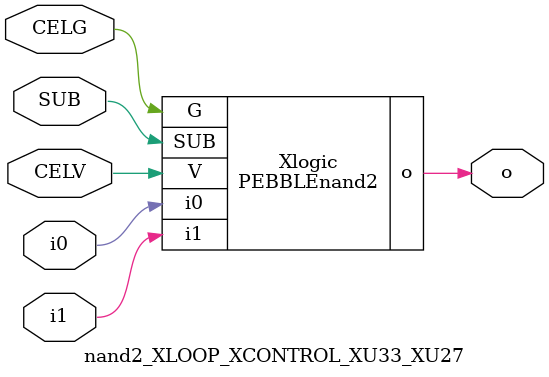
<source format=v>



module PEBBLEnand2 ( o, G, SUB, V, i0, i1 );

  input i0;
  input V;
  input i1;
  input G;
  output o;
  input SUB;
endmodule

//Celera Confidential Do Not Copy nand2_XLOOP_XCONTROL_XU33_XU27
//Celera Confidential Symbol Generator
//5V NAND2
module nand2_XLOOP_XCONTROL_XU33_XU27 (CELV,CELG,i0,i1,o,SUB);
input CELV;
input CELG;
input i0;
input i1;
input SUB;
output o;

//Celera Confidential Do Not Copy nand2
PEBBLEnand2 Xlogic(
.V (CELV),
.i0 (i0),
.i1 (i1),
.o (o),
.SUB (SUB),
.G (CELG)
);
//,diesize,PEBBLEnand2

//Celera Confidential Do Not Copy Module End
//Celera Schematic Generator
endmodule

</source>
